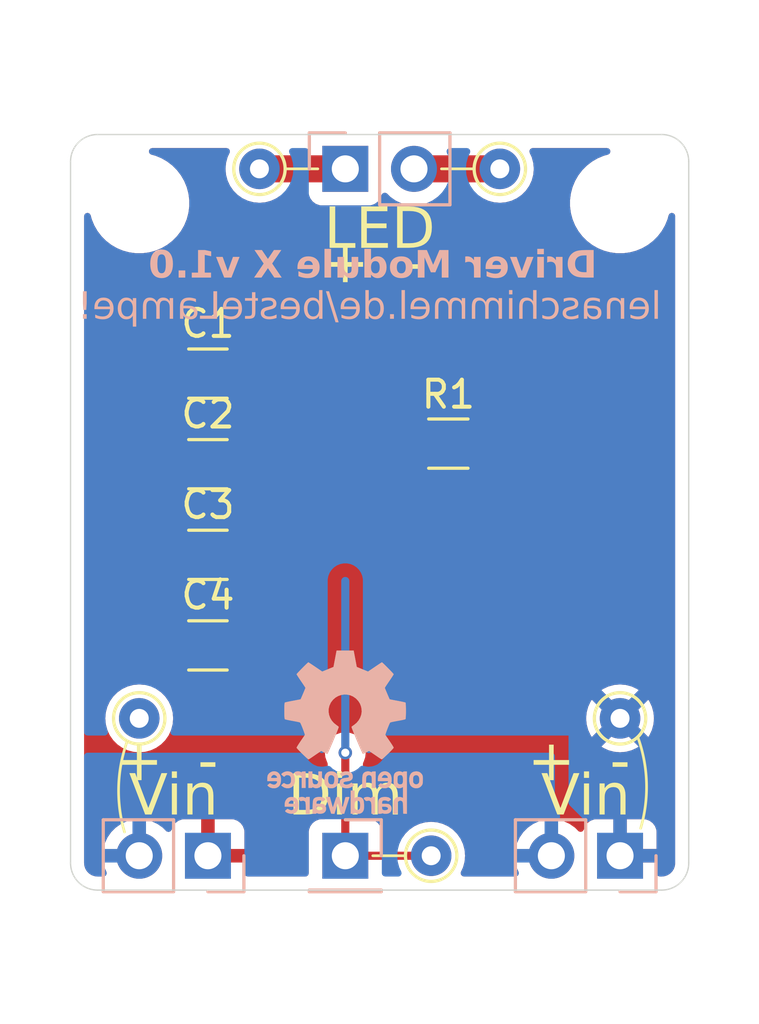
<source format=kicad_pcb>
(kicad_pcb (version 20240108) (generator "pcbnew") (generator_version "8.0")
  (title_block (title "besteLampe! Driver Module X") (date "2024-04-12") (rev "1.0") (comment 1 "See  https://lenaschimmel.de/besteLampe! for the source and more information") (comment 2 "This source describes Open Hardware and is licensed under the CERN-OHL-S v2.") (comment 3 "Copyright 2024 Lena Schimmel <mail@lenaschimmel.de>") (comment 4 "Design for JLCPCB 1-2 Layer Service"))
  (layers (0 "F.Cu" signal) (31 "B.Cu" signal) (34 "B.Paste" user) (35 "F.Paste" user) (36 "B.SilkS" user "B.Silkscreen") (37 "F.SilkS" user "F.Silkscreen") (38 "B.Mask" user) (39 "F.Mask" user) (44 "Edge.Cuts" user))
  (net 0 "")
  (net 1 "VCC")
  (net 2 "GND")
  (net 3 "Net-(U1-SW)")
  (net 4 "Net-(U1-BOOT)")
  (net 5 "/LED+")
  (net 6 "/LED-")
  (net 7 "/Dim")
  (footprint "MountingHole:MountingHole_3.2mm_M3" (layer "F.Cu") (at 109.22 39.37)
    (property "Reference" "H1" (hide yes))
    (property "Value" "MountingHole")
    (pad "" np_thru_hole circle (at 0 0) (size 3.2 3.2) (drill 3.2) (layers "*.Cu" "*.Mask"))
  )
  (footprint "Capacitor_SMD:C_1206_3216Metric" (layer "F.Cu") (at 111.76 49.022)
    (property "Reference" "C2" (at 0 -1.85 0) (layer "F.SilkS"))
    (property "Value" "C_Small")
    (fp_line (start -0.711252 -0.91) (end 0.711252 -0.91) (stroke (width 0.12)) (layer "F.SilkS"))
    (fp_line (start -0.711252 0.91) (end 0.711252 0.91) (stroke (width 0.12)) (layer "F.SilkS"))
    (pad "1" smd roundrect (at -1.475 0) (size 1.15 1.8) (layers "F.Cu" "F.Paste" "F.Mask") (roundrect_rratio 0.217391) (net 2 "GND"))
    (pad "2" smd roundrect (at 1.475 0) (size 1.15 1.8) (layers "F.Cu" "F.Paste" "F.Mask") (roundrect_rratio 0.217391) (net 1 "VCC"))
  )
  (footprint "Resistor_SMD:R_1206_3216Metric" (layer "F.Cu") (at 120.65 48.26)
    (property "Reference" "R1" (at 0 -1.82 0) (layer "F.SilkS"))
    (property "Value" "R_Small")
    (fp_line (start -0.727064 -0.91) (end 0.727064 -0.91) (stroke (width 0.12)) (layer "F.SilkS"))
    (fp_line (start -0.727064 0.91) (end 0.727064 0.91) (stroke (width 0.12)) (layer "F.SilkS"))
    (pad "1" smd roundrect (at -1.4625 0) (size 1.125 1.75) (layers "F.Cu" "F.Paste" "F.Mask") (roundrect_rratio 0.222222) (net 6 "/LED-"))
    (pad "2" smd roundrect (at 1.4625 0) (size 1.125 1.75) (layers "F.Cu" "F.Paste" "F.Mask") (roundrect_rratio 0.222222) (net 2 "GND"))
  )
  (footprint "TestPoint:TestPoint_THTPad_D1.5mm_Drill0.7mm" (layer "F.Cu") (at 122.555 38.1)
    (property "Reference" "TP2" (hide yes))
    (property "Value" "TestPoint")
    (fp_circle (center 0 0) (end 0 0.95) (stroke (width 0.12)) (fill none) (layer "F.SilkS"))
    (pad "1" thru_hole circle (at 0 0) (size 1.5 1.5) (drill 0.7) (layers "*.Cu" "*.Mask") (net 6 "/LED-"))
  )
  (footprint "Capacitor_SMD:C_1206_3216Metric" (layer "F.Cu") (at 111.76 52.372)
    (property "Reference" "C3" (at 0 -1.85 0) (layer "F.SilkS"))
    (property "Value" "C_Small")
    (fp_line (start -0.711252 -0.91) (end 0.711252 -0.91) (stroke (width 0.12)) (layer "F.SilkS"))
    (fp_line (start -0.711252 0.91) (end 0.711252 0.91) (stroke (width 0.12)) (layer "F.SilkS"))
    (pad "1" smd roundrect (at -1.475 0) (size 1.15 1.8) (layers "F.Cu" "F.Paste" "F.Mask") (roundrect_rratio 0.217391) (net 4 "Net-(U1-BOOT)"))
    (pad "2" smd roundrect (at 1.475 0) (size 1.15 1.8) (layers "F.Cu" "F.Paste" "F.Mask") (roundrect_rratio 0.217391) (net 3 "Net-(U1-SW)"))
  )
  (footprint "Capacitor_SMD:C_1206_3216Metric" (layer "F.Cu") (at 111.76 55.722)
    (property "Reference" "C4" (at 0 -1.85 0) (layer "F.SilkS"))
    (property "Value" "C_Small")
    (fp_line (start -0.711252 -0.91) (end 0.711252 -0.91) (stroke (width 0.12)) (layer "F.SilkS"))
    (fp_line (start -0.711252 0.91) (end 0.711252 0.91) (stroke (width 0.12)) (layer "F.SilkS"))
    (pad "1" smd roundrect (at -1.475 0) (size 1.15 1.8) (layers "F.Cu" "F.Paste" "F.Mask") (roundrect_rratio 0.217391) (net 2 "GND"))
    (pad "2" smd roundrect (at 1.475 0) (size 1.15 1.8) (layers "F.Cu" "F.Paste" "F.Mask") (roundrect_rratio 0.217391) (net 5 "/LED+"))
  )
  (footprint "MountingHole:MountingHole_3.2mm_M3" (layer "F.Cu") (at 127 39.37)
    (property "Reference" "H2" (hide yes))
    (property "Value" "MountingHole")
    (pad "" np_thru_hole circle (at 0 0) (size 3.2 3.2) (drill 3.2) (layers "*.Cu" "*.Mask"))
  )
  (footprint "TestPoint:TestPoint_THTPad_D1.5mm_Drill0.7mm" (layer "F.Cu") (at 127 58.42)
    (property "Reference" "TP4" (hide yes))
    (property "Value" "TestPoint")
    (fp_circle (center 0 0) (end 0 0.95) (stroke (width 0.12)) (fill none) (layer "F.SilkS"))
    (pad "1" thru_hole circle (at 0 0) (size 1.5 1.5) (drill 0.7) (layers "*.Cu" "*.Mask") (net 2 "GND"))
  )
  (footprint "TestPoint:TestPoint_THTPad_D1.5mm_Drill0.7mm" (layer "F.Cu") (at 120.015 63.5)
    (property "Reference" "TP5" (hide yes))
    (property "Value" "TestPoint")
    (fp_circle (center 0 0) (end 0 0.95) (stroke (width 0.12)) (fill none) (layer "F.SilkS"))
    (pad "1" thru_hole circle (at 0 0) (size 1.5 1.5) (drill 0.7) (layers "*.Cu" "*.Mask") (net 7 "/Dim"))
  )
  (footprint "TestPoint:TestPoint_THTPad_D1.5mm_Drill0.7mm" (layer "F.Cu") (at 113.665 38.1)
    (property "Reference" "TP1" (hide yes))
    (property "Value" "TestPoint")
    (fp_circle (center 0 0) (end 0 0.95) (stroke (width 0.12)) (fill none) (layer "F.SilkS"))
    (pad "1" thru_hole circle (at 0 0) (size 1.5 1.5) (drill 0.7) (layers "*.Cu" "*.Mask") (net 5 "/LED+"))
  )
  (footprint "TestPoint:TestPoint_THTPad_D1.5mm_Drill0.7mm" (layer "F.Cu") (at 109.22 58.42)
    (property "Reference" "TP3" (hide yes))
    (property "Value" "TestPoint")
    (fp_circle (center 0 0) (end 0 0.95) (stroke (width 0.12)) (fill none) (layer "F.SilkS"))
    (pad "1" thru_hole circle (at 0 0) (size 1.5 1.5) (drill 0.7) (layers "*.Cu" "*.Mask") (net 1 "VCC"))
  )
  (footprint "Capacitor_SMD:C_1206_3216Metric" (layer "F.Cu") (at 111.76 45.672)
    (property "Reference" "C1" (at 0 -1.85 0) (layer "F.SilkS"))
    (property "Value" "C_Small")
    (fp_line (start -0.711252 -0.91) (end 0.711252 -0.91) (stroke (width 0.12)) (layer "F.SilkS"))
    (fp_line (start -0.711252 0.91) (end 0.711252 0.91) (stroke (width 0.12)) (layer "F.SilkS"))
    (pad "1" smd roundrect (at -1.475 0) (size 1.15 1.8) (layers "F.Cu" "F.Paste" "F.Mask") (roundrect_rratio 0.217391) (net 2 "GND"))
    (pad "2" smd roundrect (at 1.475 0) (size 1.15 1.8) (layers "F.Cu" "F.Paste" "F.Mask") (roundrect_rratio 0.217391) (net 1 "VCC"))
  )
  (footprint "Symbol:OSHW-Logo_5.7x6mm_SilkScreen" (layer "B.Cu") (at 116.84 58.928 180)
    (property "Reference" "REF**" (hide yes))
    (property "Value" "OSHW-Logo_5.7x6mm_SilkScreen" (hide yes))
    (fp_poly (pts (xy 1.79946 -1.45803) (xy 1.842711 -1.471245) (xy 1.870558 -1.487941) (xy 1.879629 -1.501145) (xy 1.877132 -1.516797) (xy 1.860931 -1.541385) (xy 1.847232 -1.5588) (xy 1.818992 -1.590283) (xy 1.797775 -1.603529) (xy 1.779688 -1.602664) (xy 1.726035 -1.58901) (xy 1.68663 -1.58963) (xy 1.654632 -1.605104) (xy 1.64389 -1.614161) (xy 1.609505 -1.646027) (xy 1.609505 -2.062179) (xy 1.471188 -2.062179) (xy 1.471188 -1.458614) (xy 1.540347 -1.458614) (xy 1.581869 -1.460256) (xy 1.603291 -1.466087) (xy 1.609502 -1.477461) (xy 1.609505 -1.477798) (xy 1.612439 -1.489713) (xy 1.625704 -1.488159) (xy 1.644084 -1.479563) (xy 1.682046 -1.463568) (xy 1.712872 -1.453945) (xy 1.752536 -1.451478) (xy 1.79946 -1.45803)) (stroke (width 0.01)) (fill solid) (layer "B.SilkS"))
    (fp_poly (pts (xy 1.635255 -2.401486) (xy 1.683595 -2.411015) (xy 1.711114 -2.425125) (xy 1.740064 -2.448568) (xy 1.698876 -2.500571) (xy 1.673482 -2.532064) (xy 1.656238 -2.547428) (xy 1.639102 -2.549776) (xy 1.614027 -2.542217) (xy 1.602257 -2.537941) (xy 1.55427 -2.531631) (xy 1.510324 -2.545156) (xy 1.47806 -2.57571) (xy 1.472819 -2.585452) (xy 1.467112 -2.611258) (xy 1.462706 -2.658817) (xy 1.459811 -2.724758) (xy 1.458631 -2.80571) (xy 1.458614 -2.817226) (xy 1.458614 -3.017822) (xy 1.320297 -3.017822) (xy 1.320297 -2.401683) (xy 1.389456 -2.401683) (xy 1.429333 -2.402725) (xy 1.450107 -2.407358) (xy 1.457789 -2.417849) (xy 1.458614 -2.427745) (xy 1.458614 -2.453806) (xy 1.491745 -2.427745) (xy 1.529735 -2.409965) (xy 1.58077 -2.401174) (xy 1.635255 -2.401486)) (stroke (width 0.01)) (fill solid) (layer "B.SilkS"))
    (fp_poly (pts (xy -0.993356 -2.40302) (xy -0.974539 -2.40866) (xy -0.968473 -2.421053) (xy -0.968218 -2.426647) (xy -0.967129 -2.44223) (xy -0.959632 -2.444676) (xy -0.939381 -2.433993) (xy -0.927351 -2.426694) (xy -0.8894 -2.411063) (xy -0.844072 -2.403334) (xy -0.796544 -2.40274) (xy -0.751995 -2.408513) (xy -0.715602 -2.419884) (xy -0.692543 -2.436088) (xy -0.687996 -2.456355) (xy -0.690291 -2.461843) (xy -0.70702 -2.484626) (xy -0.732963 -2.512647) (xy -0.737655 -2.517177) (xy -0.762383 -2.538005) (xy -0.783718 -2.544735) (xy -0.813555 -2.540038) (xy -0.825508 -2.536917) (xy -0.862705 -2.529421) (xy -0.888859 -2.532792) (xy -0.910946 -2.544681) (xy -0.931178 -2.560635) (xy -0.946079 -2.5807) (xy -0.956434 -2.608702) (xy -0.963029 -2.648467) (xy -0.966649 -2.703823) (xy -0.968078 -2.778594) (xy -0.968218 -2.82374) (xy -0.968218 -3.017822) (xy -1.09396 -3.017822) (xy -1.09396 -2.401683) (xy -1.031089 -2.401683) (xy -0.993356 -2.40302)) (stroke (width 0.01)) (fill solid) (layer "B.SilkS"))
    (fp_poly (pts (xy 0.993367 -1.654342) (xy 0.994555 -1.746563) (xy 0.998897 -1.81661) (xy 1.007558 -1.867381) (xy 1.021704 -1.901772) (xy 1.0425 -1.922679) (xy 1.07111 -1.933) (xy 1.106535 -1.935636) (xy 1.143636 -1.932682) (xy 1.171818 -1.921889) (xy 1.192243 -1.90036) (xy 1.206079 -1.865199) (xy 1.214491 -1.81351) (xy 1.218643 -1.742394) (xy 1.219703 -1.654342) (xy 1.219703 -1.458614) (xy 1.35802 -1.458614) (xy 1.35802 -2.062179) (xy 1.288862 -2.062179) (xy 1.24717 -2.060489) (xy 1.225701 -2.054556) (xy 1.219703 -2.043293) (xy 1.216091 -2.033261) (xy 1.201714 -2.035383) (xy 1.172736 -2.04958) (xy 1.106319 -2.07148) (xy 1.035875 -2.069928) (xy 0.968377 -2.046147) (xy 0.936233 -2.027362) (xy 0.911715 -2.007022) (xy 0.893804 -1.981573) (xy 0.881479 -1.947458) (xy 0.873723 -1.901121) (xy 0.869516 -1.839007) (xy 0.86784 -1.757561) (xy 0.867624 -1.694578) (xy 0.867624 -1.458614) (xy 0.993367 -1.458614) (xy 0.993367 -1.654342)) (stroke (width 0.01)) (fill solid) (layer "B.SilkS"))
    (fp_poly (pts (xy -0.754012 -1.469002) (xy -0.722717 -1.48395) (xy -0.692409 -1.505541) (xy -0.669318 -1.530391) (xy -0.6525 -1.562087) (xy -0.641006 -1.604214) (xy -0.633891 -1.660358) (xy -0.630207 -1.734106) (xy -0.629008 -1.829044) (xy -0.628989 -1.838985) (xy -0.628713 -2.062179) (xy -0.76703 -2.062179) (xy -0.76703 -1.856418) (xy -0.767128 -1.780189) (xy -0.767809 -1.724939) (xy -0.769651 -1.686501) (xy -0.773233 -1.660706) (xy -0.779132 -1.643384) (xy -0.787927 -1.630368) (xy -0.80018 -1.617507) (xy -0.843047 -1.589873) (xy -0.889843 -1.584745) (xy -0.934424 -1.602217) (xy -0.949928 -1.615221) (xy -0.96131 -1.627447) (xy -0.969481 -1.64054) (xy -0.974974 -1.658615) (xy -0.97832 -1.685787) (xy -0.980051 -1.72617) (xy -0.980697 -1.783879) (xy -0.980792 -1.854132) (xy -0.980792 -2.062179) (xy -1.119109 -2.062179) (xy -1.119109 -1.458614) (xy -1.04995 -1.458614) (xy -1.008428 -1.460256) (xy -0.987006 -1.466087) (xy -0.980795 -1.477461) (xy -0.980792 -1.477798) (xy -0.97791 -1.488938) (xy -0.965199 -1.487674) (xy -0.939926 -1.475434) (xy -0.882605 -1.457424) (xy -0.817037 -1.455421) (xy -0.754012 -1.469002)) (stroke (width 0.01)) (fill solid) (layer "B.SilkS"))
    (fp_poly (pts (xy 2.217226 -1.46388) (xy 2.29008 -1.49483) (xy 2.313027 -1.509895) (xy 2.342354 -1.533048) (xy 2.360764 -1.551253) (xy 2.363961 -1.557183) (xy 2.354935 -1.57034) (xy 2.331837 -1.592667) (xy 2.313344 -1.60825) (xy 2.262728 -1.648926) (xy 2.22276 -1.615295) (xy 2.191874 -1.593584) (xy 2.161759 -1.58609) (xy 2.127292 -1.58792) (xy 2.072561 -1.601528) (xy 2.034886 -1.629772) (xy 2.011991 -1.675433) (xy 2.001597 -1.741289) (xy 2.001595 -1.741331) (xy 2.002494 -1.814939) (xy 2.016463 -1.868946) (xy 2.044328 -1.905716) (xy 2.063325 -1.918168) (xy 2.113776 -1.933673) (xy 2.167663 -1.933683) (xy 2.214546 -1.918638) (xy 2.225644 -1.911287) (xy 2.253476 -1.892511) (xy 2.275236 -1.889434) (xy 2.298704 -1.903409) (xy 2.324649 -1.92851) (xy 2.365716 -1.97088) (xy 2.320121 -2.008464) (xy 2.249674 -2.050882) (xy 2.170233 -2.071785) (xy 2.087215 -2.070272) (xy 2.032694 -2.056411) (xy 1.96897 -2.022135) (xy 1.918005 -1.968212) (xy 1.894851 -1.930149) (xy 1.876099 -1.875536) (xy 1.866715 -1.806369) (xy 1.866643 -1.731407) (xy 1.875824 -1.659409) (xy 1.894199 -1.599137) (xy 1.897093 -1.592958) (xy 1.939952 -1.532351) (xy 1.997979 -1.488224) (xy 2.066591 -1.461493) (xy 2.141201 -1.453073) (xy 2.217226 -1.46388)) (stroke (width 0.01)) (fill solid) (layer "B.SilkS"))
    (fp_poly (pts (xy 0.610762 -1.466055) (xy 0.674363 -1.500692) (xy 0.724123 -1.555372) (xy 0.747568 -1.599842) (xy 0.757634 -1.639121) (xy 0.764156 -1.695116) (xy 0.766951 -1.759621) (xy 0.765836 -1.824429) (xy 0.760626 -1.881334) (xy 0.754541 -1.911727) (xy 0.734014 -1.953306) (xy 0.698463 -1.997468) (xy 0.655619 -2.036087) (xy 0.613211 -2.061034) (xy 0.612177 -2.06143) (xy 0.559553 -2.072331) (xy 0.497188 -2.072601) (xy 0.437924 -2.062676) (xy 0.41504 -2.054722) (xy 0.356102 -2.0213) (xy 0.31389 -1.977511) (xy 0.286156 -1.919538) (xy 0.270651 -1.843565) (xy 0.267143 -1.803771) (xy 0.26759 -1.753766) (xy 0.402376 -1.753766) (xy 0.406917 -1.826732) (xy 0.419986 -1.882334) (xy 0.440756 -1.917861) (xy 0.455552 -1.92802) (xy 0.493464 -1.935104) (xy 0.538527 -1.933007) (xy 0.577487 -1.922812) (xy 0.587704 -1.917204) (xy 0.614659 -1.884538) (xy 0.632451 -1.834545) (xy 0.640024 -1.773705) (xy 0.636325 -1.708497) (xy 0.628057 -1.669253) (xy 0.60432 -1.623805) (xy 0.566849 -1.595396) (xy 0.52172 -1.585573) (xy 0.475011 -1.595887) (xy 0.439132 -1.621112) (xy 0.420277 -1.641925) (xy 0.409272 -1.662439) (xy 0.404026 -1.690203) (xy 0.402449 -1.732762) (xy 0.402376 -1.753766) (xy 0.26759 -1.753766) (xy 0.268094 -1.69758) (xy 0.285388 -1.610501) (xy 0.319029 -1.54253) (xy 0.369018 -1.493664) (xy 0.435356 -1.463899) (xy 0.449601 -1.460448) (xy 0.53521 -1.452345) (xy 0.610762 -1.466055)) (stroke (width 0.01)) (fill solid) (layer "B.SilkS"))
    (fp_poly (pts (xy 0.281524 -2.404237) (xy 0.331255 -2.407971) (xy 0.461291 -2.797773) (xy 0.481678 -2.728614) (xy 0.493946 -2.685874) (xy 0.510085 -2.628115) (xy 0.527512 -2.564625) (xy 0.536726 -2.53057) (xy 0.571388 -2.401683) (xy 0.714391 -2.401683) (xy 0.671646 -2.536857) (xy 0.650596 -2.603342) (xy 0.625167 -2.683539) (xy 0.59861 -2.767193) (xy 0.574902 -2.841782) (xy 0.520902 -3.011535) (xy 0.462598 -3.015328) (xy 0.404295 -3.019122) (xy 0.372679 -2.914734) (xy 0.353182 -2.849889) (xy 0.331904 -2.7784) (xy 0.313308 -2.715263) (xy 0.312574 -2.71275) (xy 0.298684 -2.669969) (xy 0.286429 -2.640779) (xy 0.277846 -2.629741) (xy 0.276082 -2.631018) (xy 0.269891 -2.64813) (xy 0.258128 -2.684787) (xy 0.242225 -2.736378) (xy 0.223614 -2.798294) (xy 0.213543 -2.832352) (xy 0.159007 -3.017822) (xy 0.043264 -3.017822) (xy -0.049263 -2.725471) (xy -0.075256 -2.643462) (xy -0.098934 -2.568987) (xy -0.11918 -2.505544) (xy -0.134874 -2.456632) (xy -0.144898 -2.425749) (xy -0.147945 -2.416726) (xy -0.145533 -2.407487) (xy -0.126592 -2.403441) (xy -0.087177 -2.403846) (xy -0.081007 -2.404152) (xy -0.007914 -2.407971) (xy 0.039957 -2.58401) (xy 0.057553 -2.648211) (xy 0.073277 -2.704649) (xy 0.085746 -2.748422) (xy 0.093574 -2.77463) (xy 0.09502 -2.778903) (xy 0.101014 -2.77399) (xy 0.113101 -2.748532) (xy 0.129893 -2.705997) (xy 0.150003 -2.64985) (xy 0.167003 -2.59913) (xy 0.231794 -2.400504) (xy 0.281524 -2.404237)) (stroke (width 0.01)) (fill solid) (layer "B.SilkS"))
    (fp_poly (pts (xy -0.201188 -3.017822) (xy -0.270346 -3.017822) (xy -0.310488 -3.016645) (xy -0.331394 -3.011772) (xy -0.338922 -3.001186) (xy -0.339505 -2.994029) (xy -0.340774 -2.979676) (xy -0.348779 -2.976923) (xy -0.369815 -2.985771) (xy -0.386173 -2.994029) (xy -0.448977 -3.013597) (xy -0.517248 -3.014729) (xy -0.572752 -3.000135) (xy -0.624438 -2.964877) (xy -0.663838 -2.912835) (xy -0.685413 -2.85145) (xy -0.685962 -2.848018) (xy -0.689167 -2.810571) (xy -0.690761 -2.756813) (xy -0.690633 -2.716155) (xy -0.553279 -2.716155) (xy -0.550097 -2.770194) (xy -0.542859 -2.814735) (xy -0.53306 -2.839888) (xy -0.495989 -2.87426) (xy -0.451974 -2.886582) (xy -0.406584 -2.876618) (xy -0.367797 -2.846895) (xy -0.353108 -2.826905) (xy -0.344519 -2.80305) (xy -0.340496 -2.76823) (xy -0.339505 -2.71593) (xy -0.341278 -2.664139) (xy -0.345963 -2.618634) (xy -0.352603 -2.588181) (xy -0.35371 -2.585452) (xy -0.380491 -2.553) (xy -0.419579 -2.535183) (xy -0.463315 -2.532306) (xy -0.504038 -2.544674) (xy -0.534087 -2.572593) (xy -0.537204 -2.578148) (xy -0.546961 -2.612022) (xy -0.552277 -2.660728) (xy -0.553279 -2.716155) (xy -0.690633 -2.716155) (xy -0.690568 -2.69554) (xy -0.689664 -2.662563) (xy -0.683514 -2.580981) (xy -0.670733 -2.51973) (xy -0.649471 -2.474449) (xy -0.617878 -2.440779) (xy -0.587207 -2.421014) (xy -0.544354 -2.40712) (xy -0.491056 -2.402354) (xy -0.43648 -2.406236) (xy -0.389792 -2.418282) (xy -0.365124 -2.432693) (xy -0.339505 -2.455878) (xy -0.339505 -2.162773) (xy -0.201188 -2.162773) (xy -0.201188 -3.017822)) (stroke (width 0.01)) (fill solid) (layer "B.SilkS"))
    (fp_poly (pts (xy -2.538261 -1.465148) (xy -2.472479 -1.494231) (xy -2.42254 -1.542793) (xy -2.388374 -1.610908) (xy -2.369907 -1.698651) (xy -2.368583 -1.712351) (xy -2.367546 -1.808939) (xy -2.380993 -1.893602) (xy -2.408108 -1.962221) (xy -2.422627 -1.984294) (xy -2.473201 -2.031011) (xy -2.537609 -2.061268) (xy -2.609666 -2.073824) (xy -2.683185 -2.067439) (xy -2.739072 -2.047772) (xy -2.787132 -2.014629) (xy -2.826412 -1.971175) (xy -2.827092 -1.970158) (xy -2.843044 -1.943338) (xy -2.85341 -1.916368) (xy -2.859688 -1.882332) (xy -2.863373 -1.83431) (xy -2.864997 -1.794931) (xy -2.865672 -1.759219) (xy -2.739955 -1.759219) (xy -2.738726 -1.79477) (xy -2.734266 -1.842094) (xy -2.726397 -1.872465) (xy -2.712207 -1.894072) (xy -2.698917 -1.906694) (xy -2.651802 -1.933122) (xy -2.602505 -1.936653) (xy -2.556593 -1.917639) (xy -2.533638 -1.896331) (xy -2.517096 -1.874859) (xy -2.507421 -1.854313) (xy -2.503174 -1.827574) (xy -2.50292 -1.787523) (xy -2.504228 -1.750638) (xy -2.507043 -1.697947) (xy -2.511505 -1.663772) (xy -2.519548 -1.64148) (xy -2.533103 -1.624442) (xy -2.543845 -1.614703) (xy -2.588777 -1.589123) (xy -2.637249 -1.587847) (xy -2.677894 -1.602999) (xy -2.712567 -1.634642) (xy -2.733224 -1.68662) (xy -2.739955 -1.759219) (xy -2.865672 -1.759219) (xy -2.866479 -1.716621) (xy -2.863948 -1.658056) (xy -2.856362 -1.614007) (xy -2.842681 -1.579248) (xy -2.821865 -1.548551) (xy -2.814147 -1.539436) (xy -2.765889 -1.494021) (xy -2.714128 -1.467493) (xy -2.650828 -1.456379) (xy -2.619961 -1.455471) (xy -2.538261 -1.465148)) (stroke (width 0.01)) (fill solid) (layer "B.SilkS"))
    (fp_poly (pts (xy 2.677898 -1.456457) (xy 2.710096 -1.464279) (xy 2.771825 -1.492921) (xy 2.82461 -1.536667) (xy 2.861141 -1.589117) (xy 2.86616 -1.600893) (xy 2.873045 -1.63174) (xy 2.877864 -1.677371) (xy 2.879505 -1.723492) (xy 2.879505 -1.810693) (xy 2.697178 -1.810693) (xy 2.621979 -1.810978) (xy 2.569003 -1.812704) (xy 2.535325 -1.817181) (xy 2.51802 -1.82572) (xy 2.514163 -1.83963) (xy 2.520829 -1.860222) (xy 2.53277 -1.884315) (xy 2.56608 -1.924525) (xy 2.612368 -1.944558) (xy 2.668944 -1.943905) (xy 2.733031 -1.922101) (xy 2.788417 -1.895193) (xy 2.834375 -1.931532) (xy 2.880333 -1.967872) (xy 2.837096 -2.007819) (xy 2.779374 -2.045563) (xy 2.708386 -2.06832) (xy 2.632029 -2.074688) (xy 2.558199 -2.063268) (xy 2.546287 -2.059393) (xy 2.481399 -2.025506) (xy 2.43313 -1.974986) (xy 2.400465 -1.906325) (xy 2.382385 -1.818014) (xy 2.382175 -1.816121) (xy 2.380556 -1.719878) (xy 2.3871 -1.685542) (xy 2.514852 -1.685542) (xy 2.526584 -1.690822) (xy 2.558438 -1.694867) (xy 2.605397 -1.697176) (xy 2.635154 -1.697525) (xy 2.690648 -1.697306) (xy 2.725346 -1.695916) (xy 2.743601 -1.692251) (xy 2.749766 -1.68521) (xy 2.748195 -1.67369) (xy 2.746878 -1.669233) (xy 2.724382 -1.627355) (xy 2.689003 -1.593604) (xy 2.65778 -1.578773) (xy 2.616301 -1.579668) (xy 2.574269 -1.598164) (xy 2.539012 -1.628786) (xy 2.517854 -1.666062) (xy 2.514852 -1.685542) (xy 2.3871 -1.685542) (xy 2.39669 -1.635229) (xy 2.428698 -1.564191) (xy 2.474701 -1.508779) (xy 2.532821 -1.471009) (xy 2.60118 -1.452896) (xy 2.677898 -1.456457)) (stroke (width 0.01)) (fill solid) (layer "B.SilkS"))
    (fp_poly (pts (xy 0.014017 -1.456452) (xy 0.061634 -1.465482) (xy 0.111034 -1.48437) (xy 0.116312 -1.486777) (xy 0.153774 -1.506476) (xy 0.179717 -1.524781) (xy 0.188103 -1.536508) (xy 0.180117 -1.555632) (xy 0.16072 -1.58385) (xy 0.15211 -1.594384) (xy 0.116628 -1.635847) (xy 0.070885 -1.608858) (xy 0.02735 -1.590878) (xy -0.02295 -1.581267) (xy -0.071188 -1.58066) (xy -0.108533 -1.589691) (xy -0.117495 -1.595327) (xy -0.134563 -1.621171) (xy -0.136637 -1.650941) (xy -0.123866 -1.674197) (xy -0.116312 -1.678708) (xy -0.093675 -1.684309) (xy -0.053885 -1.690892) (xy -0.004834 -1.697183) (xy 0.004215 -1.69817) (xy 0.082996 -1.711798) (xy 0.140136 -1.734946) (xy 0.17803 -1.769752) (xy 0.199079 -1.818354) (xy 0.205635 -1.877718) (xy 0.196577 -1.945198) (xy 0.167164 -1.998188) (xy 0.117278 -2.036783) (xy 0.0468 -2.061081) (xy -0.031435 -2.070667) (xy -0.095234 -2.070552) (xy -0.146984 -2.061845) (xy -0.182327 -2.049825) (xy -0.226983 -2.02888) (xy -0.268253 -2.004574) (xy -0.282921 -1.993876) (xy -0.320643 -1.963084) (xy -0.275148 -1.917049) (xy -0.229653 -1.871013) (xy -0.177928 -1.905243) (xy -0.126048 -1.930952) (xy -0.070649 -1.944399) (xy -0.017395 -1.945818) (xy 0.028049 -1.935443) (xy 0.060016 -1.913507) (xy 0.070338 -1.894998) (xy 0.068789 -1.865314) (xy 0.04314 -1.842615) (xy -0.00654 -1.82694) (xy -0.060969 -1.819695) (xy -0.144736 -1.805873) (xy -0.206967 -1.779796) (xy -0.248493 -1.740699) (xy -0.270147 -1.68782) (xy -0.273147 -1.625126) (xy -0.258329 -1.559642) (xy -0.224546 -1.510144) (xy -0.171495 -1.476408) (xy -0.098874 -1.458207) (xy -0.045072 -1.454639) (xy 0.014017 -1.456452)) (stroke (width 0.01)) (fill solid) (layer "B.SilkS"))
    (fp_poly (pts (xy 2.032581 -2.40497) (xy 2.092685 -2.420597) (xy 2.143021 -2.452848) (xy 2.167393 -2.47694) (xy 2.207345 -2.533895) (xy 2.230242 -2.599965) (xy 2.238108 -2.681182) (xy 2.238148 -2.687748) (xy 2.238218 -2.753763) (xy 1.858264 -2.753763) (xy 1.866363 -2.788342) (xy 1.880987 -2.819659) (xy 1.906581 -2.852291) (xy 1.911935 -2.8575) (xy 1.957943 -2.885694) (xy 2.01041 -2.890475) (xy 2.070803 -2.871926) (xy 2.08104 -2.866931) (xy 2.112439 -2.851745) (xy 2.13347 -2.843094) (xy 2.137139 -2.842293) (xy 2.149948 -2.850063) (xy 2.174378 -2.869072) (xy 2.186779 -2.87946) (xy 2.212476 -2.903321) (xy 2.220915 -2.919077) (xy 2.215058 -2.933571) (xy 2.211928 -2.937534) (xy 2.190725 -2.954879) (xy 2.155738 -2.975959) (xy 2.131337 -2.988265) (xy 2.062072 -3.009946) (xy 1.985388 -3.016971) (xy 1.912765 -3.008647) (xy 1.892426 -3.002686) (xy 1.829476 -2.968952) (xy 1.782815 -2.917045) (xy 1.752173 -2.846459) (xy 1.737282 -2.756692) (xy 1.735647 -2.709753) (xy 1.740421 -2.641413) (xy 1.86099 -2.641413) (xy 1.872652 -2.646465) (xy 1.903998 -2.650429) (xy 1.949571 -2.652768) (xy 1.980446 -2.653169) (xy 2.035981 -2.652783) (xy 2.071033 -2.650975) (xy 2.090262 -2.646773) (xy 2.09833 -2.639203) (xy 2.099901 -2.628218) (xy 2.089121 -2.594381) (xy 2.06198 -2.56094) (xy 2.026277 -2.535272) (xy 1.99056 -2.524772) (xy 1.942048 -2.534086) (xy 1.900053 -2.561013) (xy 1.870936 -2.599827) (xy 1.86099 -2.641413) (xy 1.740421 -2.641413) (xy 1.742599 -2.610236) (xy 1.764055 -2.530949) (xy 1.80047 -2.471263) (xy 1.852297 -2.430549) (xy 1.91999 -2.408179) (xy 1.956662 -2.403871) (xy 2.032581 -2.40497)) (stroke (width 0.01)) (fill solid) (layer "B.SilkS"))
    (fp_poly (pts (xy -1.356699 -1.472614) (xy -1.344168 -1.478514) (xy -1.300799 -1.510283) (xy -1.25979 -1.556646) (xy -1.229168 -1.607696) (xy -1.220459 -1.631166) (xy -1.212512 -1.673091) (xy -1.207774 -1.723757) (xy -1.207199 -1.744679) (xy -1.207129 -1.810693) (xy -1.587083 -1.810693) (xy -1.578983 -1.845273) (xy -1.559104 -1.88617) (xy -1.524347 -1.921514) (xy -1.482998 -1.944282) (xy -1.456649 -1.94901) (xy -1.420916 -1.943273) (xy -1.378282 -1.928882) (xy -1.363799 -1.922262) (xy -1.31024 -1.895513) (xy -1.264533 -1.930376) (xy -1.238158 -1.953955) (xy -1.224124 -1.973417) (xy -1.223414 -1.979129) (xy -1.235951 -1.992973) (xy -1.263428 -2.014012) (xy -1.288366 -2.030425) (xy -1.355664 -2.05993) (xy -1.43111 -2.073284) (xy -1.505888 -2.069812) (xy -1.565495 -2.051663) (xy -1.626941 -2.012784) (xy -1.670608 -1.961595) (xy -1.697926 -1.895367) (xy -1.710322 -1.811371) (xy -1.711421 -1.772936) (xy -1.707022 -1.684861) (xy -1.706482 -1.682299) (xy -1.580582 -1.682299) (xy -1.577115 -1.690558) (xy -1.562863 -1.695113) (xy -1.53347 -1.697065) (xy -1.484575 -1.697517) (xy -1.465748 -1.697525) (xy -1.408467 -1.696843) (xy -1.372141 -1.694364) (xy -1.352604 -1.689443) (xy -1.34569 -1.681434) (xy -1.345445 -1.678862) (xy -1.353336 -1.658423) (xy -1.373085 -1.629789) (xy -1.381575 -1.619763) (xy -1.413094 -1.591408) (xy -1.445949 -1.580259) (xy -1.463651 -1.579327) (xy -1.511539 -1.590981) (xy -1.551699 -1.622285) (xy -1.577173 -1.667752) (xy -1.577625 -1.669233) (xy -1.580582 -1.682299) (xy -1.706482 -1.682299) (xy -1.692392 -1.61551) (xy -1.666038 -1.560025) (xy -1.633807 -1.520639) (xy -1.574217 -1.477931) (xy -1.504168 -1.455109) (xy -1.429661 -1.453046) (xy -1.356699 -1.472614)) (stroke (width 0.01)) (fill solid) (layer "B.SilkS"))
    (fp_poly (pts (xy 1.038411 -2.405417) (xy 1.091411 -2.41829) (xy 1.106731 -2.42511) (xy 1.136428 -2.442974) (xy 1.15922 -2.463093) (xy 1.176083 -2.488962) (xy 1.187998 -2.524073) (xy 1.195942 -2.57192) (xy 1.200894 -2.635996) (xy 1.203831 -2.719794) (xy 1.204947 -2.775768) (xy 1.209052 -3.017822) (xy 1.138932 -3.017822) (xy 1.096393 -3.016038) (xy 1.074476 -3.009942) (xy 1.068812 -2.999706) (xy 1.065821 -2.988637) (xy 1.052451 -2.990754) (xy 1.034233 -2.999629) (xy 0.988624 -3.013233) (xy 0.930007 -3.016899) (xy 0.868354 -3.010903) (xy 0.813638 -2.995521) (xy 0.80873 -2.993386) (xy 0.758723 -2.958255) (xy 0.725756 -2.909419) (xy 0.710587 -2.852333) (xy 0.711746 -2.831824) (xy 0.835508 -2.831824) (xy 0.846413 -2.859425) (xy 0.878745 -2.879204) (xy 0.93091 -2.889819) (xy 0.958787 -2.891228) (xy 1.005247 -2.88762) (xy 1.036129 -2.873597) (xy 1.043664 -2.866931) (xy 1.064076 -2.830666) (xy 1.068812 -2.797773) (xy 1.068812 -2.753763) (xy 1.007513 -2.753763) (xy 0.936256 -2.757395) (xy 0.886276 -2.768818) (xy 0.854696 -2.788824) (xy 0.847626 -2.797743) (xy 0.835508 -2.831824) (xy 0.711746 -2.831824) (xy 0.713971 -2.792456) (xy 0.736663 -2.735244) (xy 0.767624 -2.69658) (xy 0.786376 -2.679864) (xy 0.804733 -2.668878) (xy 0.828619 -2.66218) (xy 0.863957 -2.658326) (xy 0.916669 -2.655873) (xy 0.937577 -2.655168) (xy 1.068812 -2.650879) (xy 1.06862 -2.611158) (xy 1.063537 -2.569405) (xy 1.045162 -2.544158) (xy 1.008039 -2.52803) (xy 1.007043 -2.527742) (xy 0.95441 -2.5214) (xy 0.902906 -2.529684) (xy 0.86463 -2.549827) (xy 0.849272 -2.559773) (xy 0.83273 -2.558397) (xy 0.807275 -2.543987) (xy 0.792328 -2.533817) (xy 0.763091 -2.512088) (xy 0.74498 -2.4958) (xy 0.742074 -2.491137) (xy 0.75404 -2.467005) (xy 0.789396 -2.438185) (xy 0.804753 -2.428461) (xy 0.848901 -2.411714) (xy 0.908398 -2.402227) (xy 0.974487 -2.400095) (xy 1.038411 -2.405417)) (stroke (width 0.01)) (fill solid) (layer "B.SilkS"))
    (fp_poly (pts (xy -1.38421 -2.406555) (xy -1.325055 -2.422339) (xy -1.280023 -2.450948) (xy -1.248246 -2.488419) (xy -1.238366 -2.504411) (xy -1.231073 -2.521163) (xy -1.225974 -2.542592) (xy -1.222679 -2.572616) (xy -1.220797 -2.615154) (xy -1.219937 -2.674122) (xy -1.219707 -2.75344) (xy -1.219703 -2.774484) (xy -1.219703 -3.017822) (xy -1.280059 -3.017822) (xy -1.318557 -3.015126) (xy -1.347023 -3.008295) (xy -1.354155 -3.004083) (xy -1.373652 -2.996813) (xy -1.393566 -3.004083) (xy -1.426353 -3.01316) (xy -1.473978 -3.016813) (xy -1.526764 -3.015228) (xy -1.575036 -3.008589) (xy -1.603218 -3.000072) (xy -1.657753 -2.965063) (xy -1.691835 -2.916479) (xy -1.707157 -2.851882) (xy -1.707299 -2.850223) (xy -1.705955 -2.821566) (xy -1.584356 -2.821566) (xy -1.573726 -2.854161) (xy -1.55641 -2.872505) (xy -1.521652 -2.886379) (xy -1.475773 -2.891917) (xy -1.428988 -2.889191) (xy -1.391514 -2.878274) (xy -1.381015 -2.871269) (xy -1.362668 -2.838904) (xy -1.35802 -2.802111) (xy -1.35802 -2.753763) (xy -1.427582 -2.753763) (xy -1.493667 -2.75885) (xy -1.543764 -2.773263) (xy -1.574929 -2.795729) (xy -1.584356 -2.821566) (xy -1.705955 -2.821566) (xy -1.703987 -2.779647) (xy -1.68071 -2.723845) (xy -1.636948 -2.681647) (xy -1.630899 -2.677808) (xy -1.604907 -2.665309) (xy -1.572735 -2.65774) (xy -1.52776 -2.654061) (xy -1.474331 -2.653216) (xy -1.35802 -2.653169) (xy -1.35802 -2.604411) (xy -1.362953 -2.566581) (xy -1.375543 -2.541236) (xy -1.377017 -2.539887) (xy -1.405034 -2.5288) (xy -1.447326 -2.524503) (xy -1.494064 -2.526615) (xy -1.535418 -2.534756) (xy -1.559957 -2.546965) (xy -1.573253 -2.556746) (xy -1.587294 -2.558613) (xy -1.606671 -2.5506) (xy -1.635976 -2.530739) (xy -1.679803 -2.497063) (xy -1.683825 -2.493909) (xy -1.681764 -2.482236) (xy -1.664568 -2.462822) (xy -1.638433 -2.441248) (xy -1.609552 -2.423096) (xy -1.600478 -2.418809) (xy -1.56738 -2.410256) (xy -1.51888 -2.404155) (xy -1.464695 -2.401708) (xy -1.462161 -2.401703) (xy -1.38421 -2.406555)) (stroke (width 0.01)) (fill solid) (layer "B.SilkS"))
    (fp_poly (pts (xy -1.908759 -1.469184) (xy -1.882247 -1.482282) (xy -1.849553 -1.505106) (xy -1.825725 -1.529996) (xy -1.809406 -1.561249) (xy -1.79924 -1.603166) (xy -1.793872 -1.660044) (xy -1.791944 -1.736184) (xy -1.791831 -1.768917) (xy -1.792161 -1.840656) (xy -1.793527 -1.891927) (xy -1.7965 -1.927404) (xy -1.801649 -1.951763) (xy -1.809543 -1.96968) (xy -1.817757 -1.981902) (xy -1.870187 -2.033905) (xy -1.93193 -2.065184) (xy -1.998536 -2.074592) (xy -2.065558 -2.06098) (xy -2.086792 -2.051354) (xy -2.137624 -2.024859) (xy -2.137624 -2.440052) (xy -2.100525 -2.420868) (xy -2.051643 -2.406025) (xy -1.991561 -2.402222) (xy -1.931564 -2.409243) (xy -1.886256 -2.425013) (xy -1.848675 -2.455047) (xy -1.816564 -2.498024) (xy -1.81415 -2.502436) (xy -1.803967 -2.523221) (xy -1.79653 -2.54417) (xy -1.791411 -2.569548) (xy -1.788181 -2.603618) (xy -1.786413 -2.650641) (xy -1.785677 -2.714882) (xy -1.785544 -2.787176) (xy -1.785544 -3.017822) (xy -1.923861 -3.017822) (xy -1.923861 -2.592533) (xy -1.962549 -2.559979) (xy -2.002738 -2.53394) (xy -2.040797 -2.529205) (xy -2.079066 -2.541389) (xy -2.099462 -2.55332) (xy -2.114642 -2.570313) (xy -2.125438 -2.595995) (xy -2.132683 -2.633991) (xy -2.137208 -2.687926) (xy -2.139844 -2.761425) (xy -2.140772 -2.810347) (xy -2.143911 -3.011535) (xy -2.209926 -3.015336) (xy -2.27594 -3.019136) (xy -2.27594 -1.77065) (xy -2.137624 -1.77065) (xy -2.134097 -1.840254) (xy -2.122215 -1.888569) (xy -2.10002 -1.918631) (xy -2.065559 -1.933471) (xy -2.030742 -1.936436) (xy -1.991329 -1.933028) (xy -1.965171 -1.919617) (xy -1.948814 -1.901896) (xy -1.935937 -1.882835) (xy -1.928272 -1.861601) (xy -1.924861 -1.831849) (xy -1.924749 -1.787236) (xy -1.925897 -1.74988) (xy -1.928532 -1.693604) (xy -1.932456 -1.656658) (xy -1.939063 -1.633223) (xy -1.949749 -1.61748) (xy -1.959833 -1.60838) (xy -2.00197 -1.588537) (xy -2.05184 -1.585332) (xy -2.080476 -1.592168) (xy -2.108828 -1.616464) (xy -2.127609 -1.663728) (xy -2.136712 -1.733624) (xy -2.137624 -1.77065) (xy -2.27594 -1.77065) (xy -2.27594 -1.458614) (xy -2.206782 -1.458614) (xy -2.16526 -1.460256) (xy -2.143838 -1.466087) (xy -2.137626 -1.477461) (xy -2.137624 -1.477798) (xy -2.134742 -1.488938) (xy -2.12203 -1.487673) (xy -2.096757 -1.475433) (xy -2.037869 -1.456707) (xy -1.971615 -1.454739) (xy -1.908759 -1.469184)) (stroke (width 0.01)) (fill solid) (layer "B.SilkS"))
    (fp_poly (pts (xy 0.376964 2.709982) (xy 0.433812 2.40843) (xy 0.853338 2.235488) (xy 1.104984 2.406605) (xy 1.175458 2.45425) (xy 1.239163 2.49679) (xy 1.293126 2.532285) (xy 1.334373 2.55879) (xy 1.359934 2.574364) (xy 1.366895 2.577722) (xy 1.379435 2.569086) (xy 1.406231 2.545208) (xy 1.44428 2.509141) (xy 1.490579 2.463933) (xy 1.542123 2.412636) (xy 1.595909 2.358299) (xy 1.648935 2.303972) (xy 1.698195 2.252705) (xy 1.740687 2.207549) (xy 1.773407 2.171554) (xy 1.793351 2.14777) (xy 1.798119 2.13981) (xy 1.791257 2.125135) (xy 1.77202 2.092986) (xy 1.74243 2.046508) (xy 1.70451 1.988844) (xy 1.660282 1.92314) (xy 1.634654 1.885664) (xy 1.587941 1.817232) (xy 1.546432 1.75548) (xy 1.51214 1.703481) (xy 1.48708 1.664308) (xy 1.473264 1.641035) (xy 1.471188 1.636145) (xy 1.475895 1.622245) (xy 1.488723 1.58985) (xy 1.507738 1.543515) (xy 1.531003 1.487794) (xy 1.556584 1.427242) (xy 1.582545 1.366414) (xy 1.60695 1.309864) (xy 1.627863 1.262148) (xy 1.643349 1.227819) (xy 1.651472 1.211432) (xy 1.651952 1.210788) (xy 1.664707 1.207659) (xy 1.698677 1.200679) (xy 1.75034 1.190533) (xy 1.816176 1.177908) (xy 1.892664 1.163491) (xy 1.93729 1.155177) (xy 2.019021 1.139616) (xy 2.092843 1.124808) (xy 2.155021 1.111564) (xy 2.201822 1.100695) (xy 2.229509 1.093011) (xy 2.235074 1.090573) (xy 2.240526 1.07407) (xy 2.244924 1.0368) (xy 2.248272 0.98312) (xy 2.250574 0.917388) (xy 2.251832 0.843963) (xy 2.252048 0.767204) (xy 2.251227 0.691468) (xy 2.249371 0.621114) (xy 2.246482 0.5605) (xy 2.242565 0.513984) (xy 2.237622 0.485925) (xy 2.234657 0.480084) (xy 2.216934 0.473083) (xy 2.179381 0.463073) (xy 2.126964 0.451231) (xy 2.064652 0.438733) (xy 2.0429 0.43469) (xy 1.938024 0.41548) (xy 1.85518 0.400009) (xy 1.79163 0.387663) (xy 1.744637 0.377827) (xy 1.711463 0.369886) (xy 1.689371 0.363224) (xy 1.675624 0.357227) (xy 1.667484 0.351281) (xy 1.666345 0.350106) (xy 1.654977 0.331174) (xy 1.637635 0.294331) (xy 1.61605 0.244087) (xy 1.591954 0.184954) (xy 1.567079 0.121444) (xy 1.543157 0.058068) (xy 1.521919 -0.000662) (xy 1.505097 -0.050235) (xy 1.494422 -0.086139) (xy 1.491627 -0.103862) (xy 1.49186 -0.104483) (xy 1.501331 -0.11897) (xy 1.522818 -0.150844) (xy 1.554063 -0.196789) (xy 1.592807 -0.253485) (xy 1.636793 -0.317617) (xy 1.649319 -0.335842) (xy 1.693984 -0.401914) (xy 1.733288 -0.4622) (xy 1.765088 -0.513235) (xy 1.787245 -0.55156) (xy 1.797617 -0.573711) (xy 1.798119 -0.576432) (xy 1.789405 -0.590736) (xy 1.765325 -0.619072) (xy 1.728976 -0.658396) (xy 1.683453 -0.705661) (xy 1.631852 -0.757823) (xy 1.577267 -0.811835) (xy 1.522794 -0.864653) (xy 1.471529 -0.913231) (xy 1.426567 -0.954523) (xy 1.391004 -0.985485) (xy 1.367935 -1.00307) (xy 1.361554 -1.005941) (xy 1.346699 -0.999178) (xy 1.316286 -0.980939) (xy 1.275268 -0.954297) (xy 1.243709 -0.932852) (xy 1.186525 -0.893503) (xy 1.118806 -0.847171) (xy 1.05088 -0.800913) (xy 1.014361 -0.776155) (xy 0.890752 -0.692547) (xy 0.786991 -0.74865) (xy 0.73972 -0.773228) (xy 0.699523 -0.792331) (xy 0.672326 -0.803227) (xy 0.665402 -0.804743) (xy 0.657077 -0.793549) (xy 0.640654 -0.761917) (xy 0.617357 -0.712765) (xy 0.588414 -0.64901) (xy 0.55505 -0.573571) (xy 0.518491 -0.489364) (xy 0.479964 -0.399308) (xy 0.440694 -0.306321) (xy 0.401908 -0.21332) (xy 0.36483 -0.123223) (xy 0.330689 -0.038948) (xy 0.300708 0.036587) (xy 0.276116 0.100466) (xy 0.258136 0.149769) (xy 0.247997 0.181579) (xy 0.246366 0.192504) (xy 0.259291 0.206439) (xy 0.287589 0.22906) (xy 0.325346 0.255667) (xy 0.328515 0.257772) (xy 0.4261 0.335886) (xy 0.504786 0.427018) (xy 0.563891 0.528255) (xy 0.602732 0.636682) (xy 0.620628 0.749386) (xy 0.616897 0.863452) (xy 0.590857 0.975966) (xy 0.541825 1.084015) (xy 0.5274 1.107655) (xy 0.452369 1.203113) (xy 0.36373 1.279768) (xy 0.264549 1.33722) (xy 0.157895 1.375071) (xy 0.046836 1.392922) (xy -0.065561 1.390375) (xy -0.176227 1.36703) (xy -0.282094 1.32249) (xy -0.380095 1.256355) (xy -0.41041 1.229513) (xy -0.487562 1.145488) (xy -0.543782 1.057034) (xy -0.582347 0.957885) (xy -0.603826 0.859697) (xy -0.609128 0.749303) (xy -0.591448 0.63836) (xy -0.552581 0.530619) (xy -0.494323 0.429831) (xy -0.418469 0.339744) (xy -0.326817 0.264108) (xy -0.314772 0.256136) (xy -0.276611 0.230026) (xy -0.247601 0.207405) (xy -0.233732 0.192961) (xy -0.233531 0.192504) (xy -0.236508 0.176879) (xy -0.248311 0.141418) (xy -0.267714 0.089038) (xy -0.293488 0.022655) (xy -0.324409 -0.054814) (xy -0.359249 -0.14045) (xy -0.396783 -0.231337) (xy -0.435783 -0.324559) (xy -0.475023 -0.417197) (xy -0.513276 -0.506335) (xy -0.549317 -0.589055) (xy -0.581917 -0.662441) (xy -0.609852 -0.723575) (xy -0.631895 -0.769541) (xy -0.646818 -0.797421) (xy -0.652828 -0.804743) (xy -0.671191 -0.799041) (xy -0.705552 -0.783749) (xy -0.749984 -0.761599) (xy -0.774417 -0.74865) (xy -0.878178 -0.692547) (xy -1.001787 -0.776155) (xy -1.064886 -0.818987) (xy -1.13397 -0.866122) (xy -1.198707 -0.910503) (xy -1.231134 -0.932852) (xy -1.276741 -0.963477) (xy -1.31536 -0.987747) (xy -1.341952 -1.002587) (xy -1.35059 -1.005724) (xy -1.363161 -0.997261) (xy -1.390984 -0.973636) (xy -1.431361 -0.937302) (xy -1.481595 -0.890711) (xy -1.538988 -0.836317) (xy -1.575286 -0.801392) (xy -1.63879 -0.738996) (xy -1.693673 -0.683188) (xy -1.737714 -0.636354) (xy -1.768695 -0.600882) (xy -1.784398 -0.579161) (xy -1.785905 -0.574752) (xy -1.778914 -0.557985) (xy -1.759594 -0.524082) (xy -1.730091 -0.476476) (xy -1.692545 -0.418599) (xy -1.6491 -0.353884) (xy -1.636745 -0.335842) (xy -1.591727 -0.270267) (xy -1.55134 -0.211228) (xy -1.51784 -0.162042) (xy -1.493486 -0.126028) (xy -1.480536 -0.106502) (xy -1.479285 -0.104483) (xy -1.481156 -0.088922) (xy -1.491087 -0.054709) (xy -1.507347 -0.006355) (xy -1.528205 0.051629) (xy -1.551927 0.11473) (xy -1.576784 0.178437) (xy -1.601042 0.238239) (xy -1.622971 0.289624) (xy -1.640838 0.328081) (xy -1.652913 0.349098) (xy -1.653771 0.350106) (xy -1.661154 0.356112) (xy -1.673625 0.362052) (xy -1.69392 0.36854) (xy -1.724778 0.376191) (xy -1.768934 0.38562) (xy -1.829126 0.397441) (xy -1.908093 0.412271) (xy -2.00857 0.430723) (xy -2.030325 0.43469) (xy -2.094802 0.447147) (xy -2.151011 0.459334) (xy -2.193987 0.470074) (xy -2.21876 0.478191) (xy -2.222082 0.480084) (xy -2.227556 0.496862) (xy -2.232006 0.534355) (xy -2.235428 0.588206) (xy -2.237819 0.654056) (xy -2.239177 0.727547) (xy -2.239499 0.80432) (xy -2.238781 0.880017) (xy -2.237021 0.95028) (xy -2.234216 1.01075) (xy -2.230362 1.05707) (xy -2.225457 1.084881) (xy -2.2225 1.090573) (xy -2.206037 1.096314) (xy -2.168551 1.105655) (xy -2.113775 1.117785) (xy -2.045445 1.131893) (xy -1.967294 1.14717) (xy -1.924716 1.155177) (xy -1.843929 1.170279) (xy -1.771887 1.18396) (xy -1.712111 1.195533) (xy -1.668121 1.204313) (xy -1.643439 1.209613) (xy -1.639377 1.210788) (xy -1.632511 1.224035) (xy -1.617998 1.255943) (xy -1.597771 1.301953) (xy -1.573766 1.357508) (xy -1.547918 1.418047) (xy -1.52216 1.479014) (xy -1.498427 1.535849) (xy -1.478654 1.583994) (xy -1.464776 1.61889) (xy -1.458726 1.635979) (xy -1.458614 1.636726) (xy -1.465472 1.650207) (xy -1.484698 1.68123) (xy -1.514272 1.726711) (xy -1.552173 1.783568) (xy -1.59638 1.848717) (xy -1.622079 1.886138) (xy -1.668907 1.954753) (xy -1.710499 2.017048) (xy -1.744825 2.069871) (xy -1.769857 2.110073) (xy -1.783565 2.1345) (xy -1.785544 2.139976) (xy -1.777034 2.152722) (xy -1.753507 2.179937) (xy -1.717968 2.218572) (xy -1.673423 2.265577) (xy -1.622877 2.317905) (xy -1.569336 2.372505) (xy -1.515805 2.42633) (xy -1.465289 2.47633) (xy -1.420794 2.519457) (xy -1.385325 2.552661) (xy -1.361887 2.572894) (xy -1.354046 2.577722) (xy -1.34128 2.570933) (xy -1.310744 2.551858) (xy -1.26541 2.522439) (xy -1.208244 2.484619) (xy -1.142216 2.440339) (xy -1.09241 2.406605) (xy -0.840764 2.235488) (xy -0.631001 2.321959) (xy -0.421237 2.40843) (xy -0.364389 2.709982) (xy -0.30754 3.011534) (xy 0.320115 3.011534) (xy 0.376964 2.709982)) (stroke (width 0.01)) (fill solid) (layer "B.SilkS"))
  )
  (footprint "Connector_PinHeader_2.54mm:PinHeader_1x02_P2.54mm_Vertical" (layer "B.Cu") (at 111.76 63.5 90)
    (property "Reference" "J1" (hide yes))
    (property "Value" "Conn_01x02_Pin")
    (fp_line (start 1.33 -3.87) (end -1.33 -3.87) (stroke (width 0.12)) (layer "B.SilkS"))
    (fp_line (start 1.33 -3.87) (end 1.33 -1.27) (stroke (width 0.12)) (layer "B.SilkS"))
    (fp_line (start -1.33 -3.87) (end -1.33 -1.27) (stroke (width 0.12)) (layer "B.SilkS"))
    (fp_line (start 1.33 -1.27) (end -1.33 -1.27) (stroke (width 0.12)) (layer "B.SilkS"))
    (fp_line (start 0 1.33) (end -1.33 1.33) (stroke (width 0.12)) (layer "B.SilkS"))
    (fp_line (start -1.33 1.33) (end -1.33 0) (stroke (width 0.12)) (layer "B.SilkS"))
    (pad "1" thru_hole rect (at 0 0 90) (size 1.7 1.7) (drill 1) (layers "*.Cu" "*.Mask") (net 2 "GND"))
    (pad "2" thru_hole oval (at 0 -2.54 90) (size 1.7 1.7) (drill 1) (layers "*.Cu" "*.Mask") (net 1 "VCC"))
  )
  (footprint "Connector_PinHeader_2.54mm:PinHeader_1x02_P2.54mm_Vertical" (layer "B.Cu") (at 116.84 38.1 -90)
    (property "Reference" "J2" (hide yes))
    (property "Value" "Conn_01x02_Pin")
    (fp_line (start -1.33 1.33) (end -1.33 0) (stroke (width 0.12)) (layer "B.SilkS"))
    (fp_line (start 0 1.33) (end -1.33 1.33) (stroke (width 0.12)) (layer "B.SilkS"))
    (fp_line (start 1.33 -1.27) (end -1.33 -1.27) (stroke (width 0.12)) (layer "B.SilkS"))
    (fp_line (start -1.33 -3.87) (end -1.33 -1.27) (stroke (width 0.12)) (layer "B.SilkS"))
    (fp_line (start 1.33 -3.87) (end 1.33 -1.27) (stroke (width 0.12)) (layer "B.SilkS"))
    (fp_line (start 1.33 -3.87) (end -1.33 -3.87) (stroke (width 0.12)) (layer "B.SilkS"))
    (pad "1" thru_hole rect (at 0 0 270) (size 1.7 1.7) (drill 1) (layers "*.Cu" "*.Mask") (net 5 "/LED+"))
    (pad "2" thru_hole oval (at 0 -2.54 270) (size 1.7 1.7) (drill 1) (layers "*.Cu" "*.Mask") (net 6 "/LED-"))
  )
  (footprint "Connector_PinHeader_2.54mm:PinHeader_1x01_P2.54mm_Vertical" (layer "B.Cu") (at 116.84 63.5 180)
    (property "Reference" "J3" (hide yes))
    (property "Value" "Conn_01x01_Pin")
    (fp_line (start 1.33 -1.27) (end -1.33 -1.27) (stroke (width 0.12)) (layer "B.SilkS"))
    (fp_line (start 1.33 -1.33) (end 1.33 -1.27) (stroke (width 0.12)) (layer "B.SilkS"))
    (fp_line (start 1.33 -1.33) (end -1.33 -1.33) (stroke (width 0.12)) (layer "B.SilkS"))
    (fp_line (start 0 1.33) (end -1.33 1.33) (stroke (width 0.12)) (layer "B.SilkS"))
    (fp_line (start -1.33 1.33) (end -1.33 0) (stroke (width 0.12)) (layer "B.SilkS"))
    (fp_line (start -1.33 -1.33) (end -1.33 -1.27) (stroke (width 0.12)) (layer "B.SilkS"))
    (pad "1" thru_hole rect (at 0 0 180) (size 1.7 1.7) (drill 1) (layers "*.Cu" "*.Mask") (net 7 "/Dim"))
  )
  (footprint "Connector_PinHeader_2.54mm:PinHeader_1x02_P2.54mm_Vertical" (layer "B.Cu") (at 127 63.5 90)
    (property "Reference" "J4" (hide yes))
    (property "Value" "Conn_01x02_Pin")
    (fp_line (start 1.33 -3.87) (end -1.33 -3.87) (stroke (width 0.12)) (layer "B.SilkS"))
    (fp_line (start 1.33 -3.87) (end 1.33 -1.27) (stroke (width 0.12)) (layer "B.SilkS"))
    (fp_line (start -1.33 -3.87) (end -1.33 -1.27) (stroke (width 0.12)) (layer "B.SilkS"))
    (fp_line (start 1.33 -1.27) (end -1.33 -1.27) (stroke (width 0.12)) (layer "B.SilkS"))
    (fp_line (start 0 1.33) (end -1.33 1.33) (stroke (width 0.12)) (layer "B.SilkS"))
    (fp_line (start -1.33 1.33) (end -1.33 0) (stroke (width 0.12)) (layer "B.SilkS"))
    (pad "1" thru_hole rect (at 0 0 90) (size 1.7 1.7) (drill 1) (layers "*.Cu" "*.Mask") (net 2 "GND"))
    (pad "2" thru_hole oval (at 0 -2.54 90) (size 1.7 1.7) (drill 1) (layers "*.Cu" "*.Mask") (net 1 "VCC"))
  )
  (gr_line (start 119.065 63.5) (end 117.856 63.5) (stroke (width 0.1)) (layer "F.SilkS"))
  (gr_line (start 121.605 38.1) (end 120.396 38.1) (stroke (width 0.1)) (layer "F.SilkS"))
  (gr_arc (start 108.674688 62.621959) (mid 108.458 60.96) (end 108.758902 59.311206) (stroke (width 0.1)) (layer "F.SilkS"))
  (gr_arc (start 127.677786 59.173247) (mid 127.978688 60.822041) (end 127.762 62.484) (stroke (width 0.1)) (layer "F.SilkS"))
  (gr_line (start 114.615 38.1) (end 115.824 38.1) (stroke (width 0.1)) (layer "F.SilkS"))
  (gr_arc (start 128.54 36.83) (mid 129.247107 37.122893) (end 129.54 37.83) (stroke (width 0.05)) (layer "Edge.Cuts"))
  (gr_line (start 129.54 37.83) (end 129.54 63.77) (stroke (width 0.05)) (layer "Edge.Cuts"))
  (gr_line (start 106.68 63.77) (end 106.68 37.83) (stroke (width 0.05)) (layer "Edge.Cuts"))
  (gr_line (start 128.54 64.77) (end 107.68 64.77) (stroke (width 0.05)) (layer "Edge.Cuts"))
  (gr_arc (start 107.68 64.77) (mid 106.972893 64.477107) (end 106.68 63.77) (stroke (width 0.05)) (layer "Edge.Cuts"))
  (gr_arc (start 129.54 63.77) (mid 129.247107 64.477107) (end 128.54 64.77) (stroke (width 0.05)) (layer "Edge.Cuts"))
  (gr_arc (start 106.68 37.83) (mid 106.972893 37.122893) (end 107.68 36.83) (stroke (width 0.05)) (layer "Edge.Cuts"))
  (gr_line (start 107.68 36.83) (end 128.54 36.83) (stroke (width 0.05)) (layer "Edge.Cuts"))
  (gr_text "Driver Module X v1.0" (at 117.856 42.291 0) (layer "B.SilkS") (effects (font (size 1 1) (thickness 0.2) (bold yes)) (justify bottom mirror)))
  (gr_text "lenaschimmel.de/besteLampe!" (at 117.729 43.815 0) (layer "B.SilkS") (effects (font (size 1 1)) (justify bottom mirror)))
  (gr_text "-" (at 111.76 60.96 0) (layer "F.SilkS") (effects (font (size 1.5 1.5)) (justify bottom)))
  (gr_text "LED" (at 118.11 41.275 0) (layer "F.SilkS") (effects (font (size 1.5 1.5)) (justify bottom)))
  (gr_text "-" (at 127 60.96 0) (layer "F.SilkS") (effects (font (size 1.5 1.5)) (justify bottom)))
  (gr_text "+" (at 116.84 42.545 0) (layer "F.SilkS") (effects (font (size 1.5 1.5)) (justify bottom)))
  (gr_text "Vin" (at 125.73 62.23 0) (layer "F.SilkS") (effects (font (size 1.5 1.5)) (justify bottom)))
  (gr_text "+" (at 109.22 60.96 0) (layer "F.SilkS") (effects (font (size 1.5 1.5)) (justify bottom)))
  (gr_text "Vin" (at 110.49 62.23 0) (layer "F.SilkS") (effects (font (size 1.5 1.5)) (justify bottom)))
  (gr_text "-" (at 119.38 42.545 0) (layer "F.SilkS") (effects (font (size 1.5 1.5)) (justify bottom)))
  (gr_text "+" (at 124.46 60.96 0) (layer "F.SilkS") (effects (font (size 1.5 1.5)) (justify bottom)))
  (gr_text "Dim" (at 116.84 62.23 0) (layer "F.SilkS") (effects (font (size 1.5 1.5)) (justify bottom)))
  (segment (start 113.665 38.1) (end 116.84 38.1) (width 1) (layer "F.Cu") (net 5))
  (segment (start 119.38 38.1) (end 122.555 38.1) (width 1) (layer "F.Cu") (net 6))
  (segment (start 116.84 63.5) (end 116.84 62.23) (width 0.3) (layer "F.Cu") (net 7))
  (segment (start 116.84 62.23) (end 116.84 59.69) (width 0.3) (layer "F.Cu") (net 7))
  (segment (start 116.84 63.5) (end 120.015 63.5) (width 0.3) (layer "F.Cu") (net 7))
  (via (at 116.84 59.69) (size 0.5) (drill 0.3) (layers "F.Cu" "B.Cu") (net 7))
  (segment (start 116.84 59.69) (end 116.84 53.34) (width 0.3) (layer "B.Cu") (net 7))
  (zone (net 2) (net_name "GND") (layer "F.Cu") (priority 1) (connect_pads (clearance 0.5)) (min_thickness 0.25) (fill yes (thermal_gap 0.5) (thermal_bridge_width 0.5))
    (polygon (pts (xy 105.41 35.56) (xy 130.81 35.56) (xy 130.81 66.04) (xy 105.41 66.04)))
  )
  (zone (net 1) (net_name "VCC") (layer "B.Cu") (connect_pads (clearance 0.5)) (min_thickness 0.25) (fill yes (thermal_gap 0.5) (thermal_bridge_width 0.5))
    (polygon (pts (xy 125.73 66.04) (xy 125.73 59.69) (xy 105.41 59.69) (xy 105.41 66.04)))
  )
  (zone (net 2) (net_name "GND") (layer "B.Cu") (priority 2) (connect_pads (clearance 0.5)) (min_thickness 0.25) (fill yes (thermal_gap 0.5) (thermal_bridge_width 0.5))
    (polygon (pts (xy 105.41 35.56) (xy 130.81 35.56) (xy 130.81 66.04) (xy 125.73 66.04) (xy 125.73 62.23) (xy 125.095 61.595) (xy 125.095 59.055) (xy 118.11 59.055) (xy 117.475 60.325) (xy 116.205 60.325) (xy 115.57 59.055) (xy 105.41 59.055)))
  )
)
</source>
